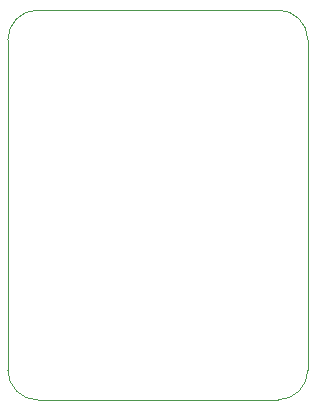
<source format=gbr>
%TF.GenerationSoftware,KiCad,Pcbnew,(5.1.6)-1*%
%TF.CreationDate,2020-06-22T18:51:59+05:30*%
%TF.ProjectId,STM8-Dev-Board-STM8S003F3P6,53544d38-2d44-4657-962d-426f6172642d,rev?*%
%TF.SameCoordinates,Original*%
%TF.FileFunction,Profile,NP*%
%FSLAX46Y46*%
G04 Gerber Fmt 4.6, Leading zero omitted, Abs format (unit mm)*
G04 Created by KiCad (PCBNEW (5.1.6)-1) date 2020-06-22 18:51:59*
%MOMM*%
%LPD*%
G01*
G04 APERTURE LIST*
%TA.AperFunction,Profile*%
%ADD10C,0.050000*%
%TD*%
G04 APERTURE END LIST*
D10*
X76200000Y-149860000D02*
G75*
G02*
X73660000Y-152400000I-2540000J0D01*
G01*
X53340000Y-152400000D02*
G75*
G02*
X50800000Y-149860000I0J2540000D01*
G01*
X73660000Y-119380000D02*
G75*
G02*
X76200000Y-121920000I0J-2540000D01*
G01*
X50800000Y-121920000D02*
G75*
G02*
X53340000Y-119380000I2540000J0D01*
G01*
X50800000Y-121920000D02*
X50800000Y-121920000D01*
X76200000Y-121920000D02*
X76200000Y-121920000D01*
X73660000Y-152400000D02*
X53340000Y-152400000D01*
X76200000Y-121920000D02*
X76200000Y-149860000D01*
X53340000Y-119380000D02*
X73660000Y-119380000D01*
X50800000Y-149860000D02*
X50800000Y-121920000D01*
M02*

</source>
